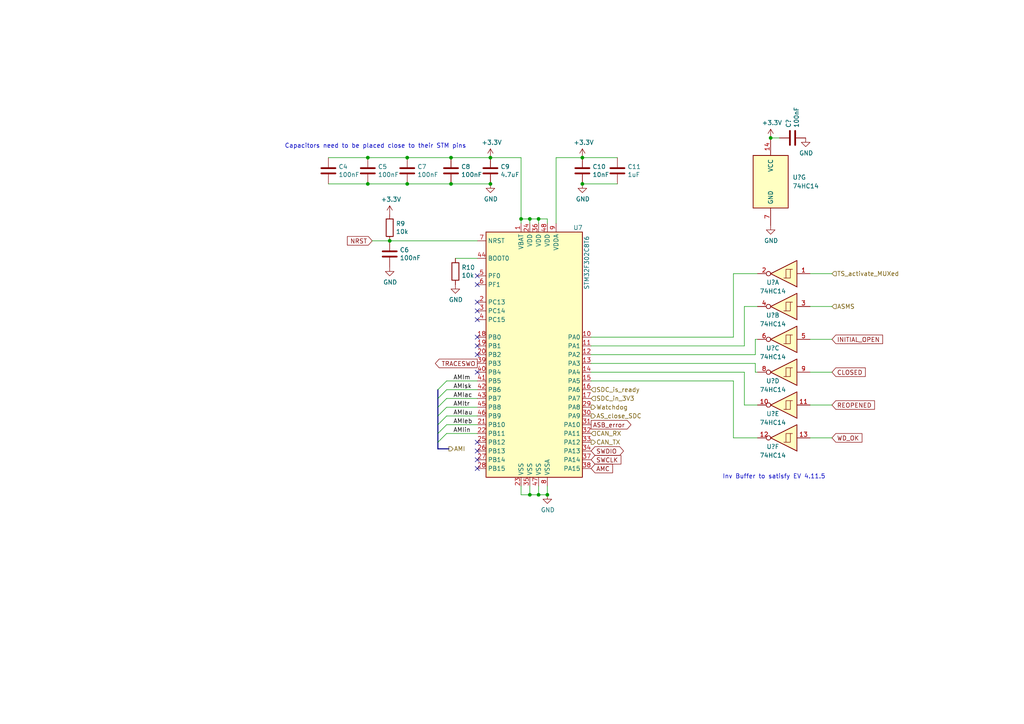
<source format=kicad_sch>
(kicad_sch (version 20211123) (generator eeschema)
  (paper "A4")
  (title_block (title "SDCL - CU") (date "2021-12-16") (rev "v1.0") (company "FaSTTUBe - Formula Student Team TU Berlin") (comment 1 "Car 113") (comment 2 "EBS Electronics") (comment 3 "CU for CAN Bus connection to supervisor"))
  (lib_symbols
    (symbol "74xx:74HC14" (pin_names (offset 1.016))
      (property "Reference" "U" (at 0 1.27 0))
      (property "Value" "74HC14" (at 0 -1.27 0))
      (symbol "74HC14_1_0"
        (polyline (pts (xy -3.81 3.81) (xy -3.81 -3.81) (xy 3.81 0) (xy -3.81 3.81)) (stroke (width 0.254)) (fill (type background)))
        (pin input line (at -7.62 0 0) (length 3.81) (name "~") (number "1"))
        (pin output inverted (at 7.62 0 180) (length 3.81) (name "~") (number "2"))
      )
      (symbol "74HC14_1_1"
        (polyline (pts (xy -1.905 -1.27) (xy -1.905 1.27) (xy -0.635 1.27)))
        (polyline (pts (xy -2.54 -1.27) (xy -0.635 -1.27) (xy -0.635 1.27) (xy 0 1.27)))
      )
      (symbol "74HC14_2_0"
        (polyline (pts (xy -3.81 3.81) (xy -3.81 -3.81) (xy 3.81 0) (xy -3.81 3.81)) (stroke (width 0.254)) (fill (type background)))
        (pin input line (at -7.62 0 0) (length 3.81) (name "~") (number "3"))
        (pin output inverted (at 7.62 0 180) (length 3.81) (name "~") (number "4"))
      )
      (symbol "74HC14_2_1"
        (polyline (pts (xy -1.905 -1.27) (xy -1.905 1.27) (xy -0.635 1.27)))
        (polyline (pts (xy -2.54 -1.27) (xy -0.635 -1.27) (xy -0.635 1.27) (xy 0 1.27)))
      )
      (symbol "74HC14_3_0"
        (polyline (pts (xy -3.81 3.81) (xy -3.81 -3.81) (xy 3.81 0) (xy -3.81 3.81)) (stroke (width 0.254)) (fill (type background)))
        (pin input line (at -7.62 0 0) (length 3.81) (name "~") (number "5"))
        (pin output inverted (at 7.62 0 180) (length 3.81) (name "~") (number "6"))
      )
      (symbol "74HC14_3_1"
        (polyline (pts (xy -1.905 -1.27) (xy -1.905 1.27) (xy -0.635 1.27)))
        (polyline (pts (xy -2.54 -1.27) (xy -0.635 -1.27) (xy -0.635 1.27) (xy 0 1.27)))
      )
      (symbol "74HC14_4_0"
        (polyline (pts (xy -3.81 3.81) (xy -3.81 -3.81) (xy 3.81 0) (xy -3.81 3.81)) (stroke (width 0.254)) (fill (type background)))
        (pin output inverted (at 7.62 0 180) (length 3.81) (name "~") (number "8"))
        (pin input line (at -7.62 0 0) (length 3.81) (name "~") (number "9"))
      )
      (symbol "74HC14_4_1"
        (polyline (pts (xy -1.905 -1.27) (xy -1.905 1.27) (xy -0.635 1.27)))
        (polyline (pts (xy -2.54 -1.27) (xy -0.635 -1.27) (xy -0.635 1.27) (xy 0 1.27)))
      )
      (symbol "74HC14_5_0"
        (polyline (pts (xy -3.81 3.81) (xy -3.81 -3.81) (xy 3.81 0) (xy -3.81 3.81)) (stroke (width 0.254)) (fill (type background)))
        (pin output inverted (at 7.62 0 180) (length 3.81) (name "~") (number "10"))
        (pin input line (at -7.62 0 0) (length 3.81) (name "~") (number "11"))
      )
      (symbol "74HC14_5_1"
        (polyline (pts (xy -1.905 -1.27) (xy -1.905 1.27) (xy -0.635 1.27)))
        (polyline (pts (xy -2.54 -1.27) (xy -0.635 -1.27) (xy -0.635 1.27) (xy 0 1.27)))
      )
      (symbol "74HC14_6_0"
        (polyline (pts (xy -3.81 3.81) (xy -3.81 -3.81) (xy 3.81 0) (xy -3.81 3.81)) (stroke (width 0.254)) (fill (type background)))
        (pin output inverted (at 7.62 0 180) (length 3.81) (name "~") (number "12"))
        (pin input line (at -7.62 0 0) (length 3.81) (name "~") (number "13"))
      )
      (symbol "74HC14_6_1"
        (polyline (pts (xy -1.905 -1.27) (xy -1.905 1.27) (xy -0.635 1.27)))
        (polyline (pts (xy -2.54 -1.27) (xy -0.635 -1.27) (xy -0.635 1.27) (xy 0 1.27)))
      )
      (symbol "74HC14_7_0"
        (pin power_in line (at 0 12.7 270) (length 5.08) (name "VCC") (number "14"))
        (pin power_in line (at 0 -12.7 90) (length 5.08) (name "GND") (number "7"))
      )
      (symbol "74HC14_7_1"
        (rectangle (start -5.08 7.62) (end 5.08 -7.62) (stroke (width 0.254)) (fill (type background)))
      )
    )
    (symbol "Device:C" (pin_numbers hide) (pin_names (offset 0.254))
      (property "Reference" "C" (at 0.635 2.54 0))
      (property "Value" "C" (at 0.635 -2.54 0))
      (symbol "C_0_1"
        (polyline (pts (xy -2.032 -0.762) (xy 2.032 -0.762)) (stroke (width 0.508)))
        (polyline (pts (xy -2.032 0.762) (xy 2.032 0.762)) (stroke (width 0.508)))
      )
      (symbol "C_1_1"
        (pin passive line (at 0 3.81 270) (length 2.794) (name "~") (number "1"))
        (pin passive line (at 0 -3.81 90) (length 2.794) (name "~") (number "2"))
      )
    )
    (symbol "Device:R" (pin_numbers hide) (pin_names (offset 0))
      (property "Reference" "R" (at 2.032 0 90))
      (property "Value" "R" (at 0 0 90))
      (symbol "R_0_1"
        (rectangle (start -1.016 -2.54) (end 1.016 2.54) (stroke (width 0.254)))
      )
      (symbol "R_1_1"
        (pin passive line (at 0 3.81 270) (length 1.27) (name "~") (number "1"))
        (pin passive line (at 0 -3.81 90) (length 1.27) (name "~") (number "2"))
      )
    )
    (symbol "MCU_ST_STM32F3:STM32F302C8Tx"
      (property "Reference" "U" (at -15.24 36.83 0))
      (property "Value" "STM32F302C8Tx" (at 7.62 36.83 0))
      (symbol "STM32F302C8Tx_0_1"
        (rectangle (start -15.24 -35.56) (end 12.7 35.56) (stroke (width 0.254)) (fill (type background)))
      )
      (symbol "STM32F302C8Tx_1_1"
        (pin power_in line (at -5.08 38.1 270) (length 2.54) (name "VBAT") (number "1"))
        (pin bidirectional line (at 15.24 5.08 180) (length 2.54) (name "PA0") (number "10"))
        (pin bidirectional line (at 15.24 2.54 180) (length 2.54) (name "PA1") (number "11"))
        (pin bidirectional line (at 15.24 0 180) (length 2.54) (name "PA2") (number "12"))
        (pin bidirectional line (at 15.24 -2.54 180) (length 2.54) (name "PA3") (number "13"))
        (pin bidirectional line (at 15.24 -5.08 180) (length 2.54) (name "PA4") (number "14"))
        (pin bidirectional line (at 15.24 -7.62 180) (length 2.54) (name "PA5") (number "15"))
        (pin bidirectional line (at 15.24 -10.16 180) (length 2.54) (name "PA6") (number "16"))
        (pin bidirectional line (at 15.24 -12.7 180) (length 2.54) (name "PA7") (number "17"))
        (pin bidirectional line (at -17.78 5.08 0) (length 2.54) (name "PB0") (number "18"))
        (pin bidirectional line (at -17.78 2.54 0) (length 2.54) (name "PB1") (number "19"))
        (pin bidirectional line (at -17.78 15.24 0) (length 2.54) (name "PC13") (number "2"))
        (pin bidirectional line (at -17.78 0 0) (length 2.54) (name "PB2") (number "20"))
        (pin bidirectional line (at -17.78 -20.32 0) (length 2.54) (name "PB10") (number "21"))
        (pin bidirectional line (at -17.78 -22.86 0) (length 2.54) (name "PB11") (number "22"))
        (pin power_in line (at -5.08 -38.1 90) (length 2.54) (name "VSS") (number "23"))
        (pin power_in line (at -2.54 38.1 270) (length 2.54) (name "VDD") (number "24"))
        (pin bidirectional line (at -17.78 -25.4 0) (length 2.54) (name "PB12") (number "25"))
        (pin bidirectional line (at -17.78 -27.94 0) (length 2.54) (name "PB13") (number "26"))
        (pin bidirectional line (at -17.78 -30.48 0) (length 2.54) (name "PB14") (number "27"))
        (pin bidirectional line (at -17.78 -33.02 0) (length 2.54) (name "PB15") (number "28"))
        (pin bidirectional line (at 15.24 -15.24 180) (length 2.54) (name "PA8") (number "29"))
        (pin bidirectional line (at -17.78 12.7 0) (length 2.54) (name "PC14") (number "3"))
        (pin bidirectional line (at 15.24 -17.78 180) (length 2.54) (name "PA9") (number "30"))
        (pin bidirectional line (at 15.24 -20.32 180) (length 2.54) (name "PA10") (number "31"))
        (pin bidirectional line (at 15.24 -22.86 180) (length 2.54) (name "PA11") (number "32"))
        (pin bidirectional line (at 15.24 -25.4 180) (length 2.54) (name "PA12") (number "33"))
        (pin bidirectional line (at 15.24 -27.94 180) (length 2.54) (name "PA13") (number "34"))
        (pin power_in line (at -2.54 -38.1 90) (length 2.54) (name "VSS") (number "35"))
        (pin power_in line (at 0 38.1 270) (length 2.54) (name "VDD") (number "36"))
        (pin bidirectional line (at 15.24 -30.48 180) (length 2.54) (name "PA14") (number "37"))
        (pin bidirectional line (at 15.24 -33.02 180) (length 2.54) (name "PA15") (number "38"))
        (pin bidirectional line (at -17.78 -2.54 0) (length 2.54) (name "PB3") (number "39"))
        (pin bidirectional line (at -17.78 10.16 0) (length 2.54) (name "PC15") (number "4"))
        (pin bidirectional line (at -17.78 -5.08 0) (length 2.54) (name "PB4") (number "40"))
        (pin bidirectional line (at -17.78 -7.62 0) (length 2.54) (name "PB5") (number "41"))
        (pin bidirectional line (at -17.78 -10.16 0) (length 2.54) (name "PB6") (number "42"))
        (pin bidirectional line (at -17.78 -12.7 0) (length 2.54) (name "PB7") (number "43"))
        (pin input line (at -17.78 27.94 0) (length 2.54) (name "BOOT0") (number "44"))
        (pin bidirectional line (at -17.78 -15.24 0) (length 2.54) (name "PB8") (number "45"))
        (pin bidirectional line (at -17.78 -17.78 0) (length 2.54) (name "PB9") (number "46"))
        (pin power_in line (at 0 -38.1 90) (length 2.54) (name "VSS") (number "47"))
        (pin power_in line (at 2.54 38.1 270) (length 2.54) (name "VDD") (number "48"))
        (pin input line (at -17.78 22.86 0) (length 2.54) (name "PF0") (number "5"))
        (pin input line (at -17.78 20.32 0) (length 2.54) (name "PF1") (number "6"))
        (pin input line (at -17.78 33.02 0) (length 2.54) (name "NRST") (number "7"))
        (pin power_in line (at 2.54 -38.1 90) (length 2.54) (name "VSSA") (number "8"))
        (pin power_in line (at 5.08 38.1 270) (length 2.54) (name "VDDA") (number "9"))
      )
    )
    (symbol "power:+3.3V" (power) (pin_names (offset 0))
      (property "Value" "+3.3V" (at 0 3.556 0))
      (symbol "+3.3V_0_1"
        (polyline (pts (xy -0.762 1.27) (xy 0 2.54)))
        (polyline (pts (xy 0 0) (xy 0 2.54)))
        (polyline (pts (xy 0 2.54) (xy 0.762 1.27)))
      )
      (symbol "+3.3V_1_1"
        (pin power_in line (at 0 0 90) (length 0) hide (name "+3.3V") (number "1"))
      )
    )
    (symbol "power:GND" (power) (pin_names (offset 0))
      (property "Value" "GND" (at 0 -3.81 0))
      (symbol "GND_0_1"
        (polyline (pts (xy 0 0) (xy 0 -1.27) (xy 1.27 -1.27) (xy 0 -2.54) (xy -1.27 -1.27) (xy 0 -1.27)))
      )
      (symbol "GND_1_1"
        (pin power_in line (at 0 0 270) (length 0) hide (name "GND") (number "1"))
      )
    )
  )
  (junction (at 223.52 40.005))
  (junction (at 106.68 45.72))
  (junction (at 142.24 53.34))
  (junction (at 118.11 45.72))
  (junction (at 118.11 53.34))
  (junction (at 106.68 53.34))
  (junction (at 153.67 63.5))
  (junction (at 168.91 45.72))
  (junction (at 130.81 53.34))
  (junction (at 142.24 45.72))
  (junction (at 158.75 143.51))
  (junction (at 113.03 69.85))
  (junction (at 156.21 63.5))
  (junction (at 153.67 143.51))
  (junction (at 151.13 63.5))
  (junction (at 130.81 45.72))
  (junction (at 156.21 143.51))
  (junction (at 168.91 53.34))
  (no_connect (at 138.43 133.35))
  (no_connect (at 138.43 82.55))
  (no_connect (at 138.43 87.63))
  (no_connect (at 138.43 92.71))
  (no_connect (at 138.43 128.27))
  (no_connect (at 138.43 80.01))
  (no_connect (at 138.43 90.17))
  (no_connect (at 138.43 97.79))
  (no_connect (at 138.43 100.33))
  (no_connect (at 138.43 102.87))
  (no_connect (at 138.43 130.81))
  (no_connect (at 138.43 107.95))
  (no_connect (at 138.43 135.89))
  (bus_entry (at 127 118.11) (size 2.54 -2.54))
  (bus_entry (at 127 120.65) (size 2.54 -2.54))
  (bus_entry (at 127 123.19) (size 2.54 -2.54))
  (bus_entry (at 127 125.73) (size 2.54 -2.54))
  (bus_entry (at 127 128.27) (size 2.54 -2.54))
  (bus_entry (at 127 113.03) (size 2.54 -2.54))
  (bus_entry (at 127 115.57) (size 2.54 -2.54))
  (wire (pts (xy 153.67 63.5) (xy 153.67 64.77)))
  (wire (pts (xy 212.725 79.375) (xy 219.71 79.375)))
  (wire (pts (xy 158.75 63.5) (xy 156.21 63.5)))
  (wire (pts (xy 161.29 45.72) (xy 161.29 64.77)))
  (wire (pts (xy 129.54 120.65) (xy 138.43 120.65)))
  (wire (pts (xy 153.67 140.97) (xy 153.67 143.51)))
  (wire (pts (xy 219.71 88.9) (xy 215.9 88.9)))
  (wire (pts (xy 156.21 140.97) (xy 156.21 143.51)))
  (wire (pts (xy 158.75 64.77) (xy 158.75 63.5)))
  (wire (pts (xy 158.75 143.51) (xy 156.21 143.51)))
  (wire (pts (xy 219.075 98.425) (xy 219.075 102.87)))
  (wire (pts (xy 130.81 53.34) (xy 142.24 53.34)))
  (wire (pts (xy 129.54 118.11) (xy 138.43 118.11)))
  (bus (pts (xy 127 113.03) (xy 127 115.57)))
  (wire (pts (xy 168.91 53.34) (xy 179.07 53.34)))
  (wire (pts (xy 219.075 98.425) (xy 219.71 98.425)))
  (wire (pts (xy 142.24 45.72) (xy 151.13 45.72)))
  (wire (pts (xy 107.95 69.85) (xy 113.03 69.85)))
  (wire (pts (xy 156.21 63.5) (xy 153.67 63.5)))
  (bus (pts (xy 127 130.175) (xy 130.175 130.175)))
  (wire (pts (xy 212.725 127) (xy 212.725 110.49)))
  (bus (pts (xy 127 128.27) (xy 127 130.175)))
  (bus (pts (xy 127 118.11) (xy 127 120.65)))
  (wire (pts (xy 129.54 125.73) (xy 138.43 125.73)))
  (wire (pts (xy 219.075 107.95) (xy 219.075 105.41)))
  (wire (pts (xy 234.95 127) (xy 241.3 127)))
  (wire (pts (xy 226.06 40.005) (xy 223.52 40.005)))
  (wire (pts (xy 161.29 45.72) (xy 168.91 45.72)))
  (bus (pts (xy 127 115.57) (xy 127 118.11)))
  (wire (pts (xy 219.71 117.475) (xy 215.9 117.475)))
  (wire (pts (xy 171.45 97.79) (xy 212.725 97.79)))
  (wire (pts (xy 113.03 69.85) (xy 138.43 69.85)))
  (wire (pts (xy 158.75 140.97) (xy 158.75 143.51)))
  (wire (pts (xy 219.075 102.87) (xy 171.45 102.87)))
  (wire (pts (xy 215.9 100.33) (xy 171.45 100.33)))
  (wire (pts (xy 129.54 115.57) (xy 138.43 115.57)))
  (wire (pts (xy 212.725 97.79) (xy 212.725 79.375)))
  (wire (pts (xy 168.91 45.72) (xy 179.07 45.72)))
  (bus (pts (xy 127 123.19) (xy 127 125.73)))
  (wire (pts (xy 156.21 143.51) (xy 153.67 143.51)))
  (wire (pts (xy 215.9 88.9) (xy 215.9 100.33)))
  (wire (pts (xy 129.54 110.49) (xy 138.43 110.49)))
  (bus (pts (xy 127 125.73) (xy 127 128.27)))
  (wire (pts (xy 215.9 117.475) (xy 215.9 107.95)))
  (wire (pts (xy 234.95 117.475) (xy 241.3 117.475)))
  (wire (pts (xy 234.95 107.95) (xy 241.3 107.95)))
  (wire (pts (xy 219.075 105.41) (xy 171.45 105.41)))
  (bus (pts (xy 127 120.65) (xy 127 123.19)))
  (wire (pts (xy 129.54 123.19) (xy 138.43 123.19)))
  (wire (pts (xy 129.54 113.03) (xy 138.43 113.03)))
  (wire (pts (xy 132.08 74.93) (xy 138.43 74.93)))
  (wire (pts (xy 234.95 98.425) (xy 241.3 98.425)))
  (wire (pts (xy 219.075 107.95) (xy 219.71 107.95)))
  (wire (pts (xy 95.25 53.34) (xy 106.68 53.34)))
  (wire (pts (xy 151.13 140.97) (xy 151.13 143.51)))
  (wire (pts (xy 106.68 45.72) (xy 118.11 45.72)))
  (wire (pts (xy 219.71 127) (xy 212.725 127)))
  (wire (pts (xy 151.13 143.51) (xy 153.67 143.51)))
  (wire (pts (xy 106.68 53.34) (xy 118.11 53.34)))
  (wire (pts (xy 215.9 107.95) (xy 171.45 107.95)))
  (wire (pts (xy 234.95 79.375) (xy 241.3 79.375)))
  (wire (pts (xy 234.95 88.9) (xy 241.3 88.9)))
  (wire (pts (xy 106.68 45.72) (xy 95.25 45.72)))
  (wire (pts (xy 212.725 110.49) (xy 171.45 110.49)))
  (wire (pts (xy 151.13 63.5) (xy 151.13 64.77)))
  (wire (pts (xy 151.13 45.72) (xy 151.13 63.5)))
  (wire (pts (xy 118.11 53.34) (xy 130.81 53.34)))
  (wire (pts (xy 156.21 64.77) (xy 156.21 63.5)))
  (wire (pts (xy 153.67 63.5) (xy 151.13 63.5)))
  (wire (pts (xy 118.11 45.72) (xy 130.81 45.72)))
  (wire (pts (xy 130.81 45.72) (xy 142.24 45.72)))
  (text "Capacitors need to be placed close to their STM pins" (at 82.55 43.18 0) (effects (font (size 1.27 1.27)) (justify left bottom)))
  (text "Inv Buffer to satisfy EV 4.11.5" (at 209.55 139.065 0) (effects (font (size 1.27 1.27)) (justify left bottom)))
  (label "AMIsk" (at 131.445 113.03 0))
  (label "AMIm" (at 131.445 110.49 0))
  (label "AMIac" (at 131.445 115.57 0))
  (label "AMIau" (at 131.445 120.65 0))
  (label "AMIin" (at 131.445 125.73 0))
  (label "AMIeb" (at 131.445 123.19 0))
  (label "AMItr" (at 131.445 118.11 0))
  (global_label "REOPENED" (shape input) (at 241.3 117.475 0) (property "Intersheet References" "${INTERSHEET_REFS}" (effects hide)))
  (global_label "CLOSED" (shape input) (at 241.3 107.95 0) (property "Intersheet References" "${INTERSHEET_REFS}" (effects hide)))
  (global_label "WD_OK" (shape input) (at 241.3 127 0) (property "Intersheet References" "${INTERSHEET_REFS}" (effects hide)))
  (global_label "ASB_error" (shape output) (at 171.45 123.19 0) (property "Intersheet References" "${INTERSHEET_REFS}" (effects hide)))
  (global_label "SWDIO" (shape bidirectional) (at 171.45 130.81 0) (property "Intersheet References" "${INTERSHEET_REFS}" (effects hide)))
  (global_label "INITIAL_OPEN" (shape input) (at 241.3 98.425 0) (property "Intersheet References" "${INTERSHEET_REFS}" (effects hide)))
  (global_label "NRST" (shape input) (at 107.95 69.85 180) (property "Intersheet References" "${INTERSHEET_REFS}" (effects hide)))
  (global_label "AMC" (shape input) (at 171.45 135.89 0) (property "Intersheet References" "${INTERSHEET_REFS}" (effects hide)))
  (global_label "TRACESWO" (shape output) (at 138.43 105.41 180) (property "Intersheet References" "${INTERSHEET_REFS}" (effects hide)))
  (global_label "SWCLK" (shape input) (at 171.45 133.35 0) (property "Intersheet References" "${INTERSHEET_REFS}" (effects hide)))
  (hierarchical_label "SDC_is_ready" (shape input) (at 171.45 113.03 0))
  (hierarchical_label "CAN_RX" (shape input) (at 171.45 125.73 0))
  (hierarchical_label "CAN_TX" (shape output) (at 171.45 128.27 0))
  (hierarchical_label "ASMS" (shape input) (at 241.3 88.9 0))
  (hierarchical_label "AS_close_SDC" (shape output) (at 171.45 120.65 0))
  (hierarchical_label "TS_activate_MUXed" (shape input) (at 241.3 79.375 0))
  (hierarchical_label "Watchdog" (shape output) (at 171.45 118.11 0))
  (hierarchical_label "SDC_in_3V3" (shape input) (at 171.45 115.57 0))
  (hierarchical_label "AMI" (shape output) (at 130.175 130.175 0))
  (symbol (lib_id "Device:C") (at 130.81 49.53 0) (unit 1)
    (property "Reference" "C8" (at 133.731 48.3616 0) (effects (justify left)))
    (property "Value" "100nF" (at 133.731 50.673 0) (effects (justify left)))
    (property "Footprint" "Capacitor_SMD:C_0603_1608Metric_Pad1.05x0.95mm_HandSolder" (effects hide))
  )
  (symbol (lib_id "Device:C") (at 142.24 49.53 0) (unit 1)
    (property "Reference" "C9" (at 145.161 48.3616 0) (effects (justify left)))
    (property "Value" "4.7uF" (at 145.161 50.673 0) (effects (justify left)))
    (property "Footprint" "Capacitor_SMD:C_0603_1608Metric_Pad1.05x0.95mm_HandSolder" (effects hide))
  )
  (symbol (lib_id "Device:C") (at 118.11 49.53 0) (unit 1)
    (property "Reference" "C7" (at 121.031 48.3616 0) (effects (justify left)))
    (property "Value" "100nF" (at 121.031 50.673 0) (effects (justify left)))
    (property "Footprint" "Capacitor_SMD:C_0603_1608Metric_Pad1.05x0.95mm_HandSolder" (effects hide))
  )
  (symbol (lib_id "Device:C") (at 106.68 49.53 0) (unit 1)
    (property "Reference" "C5" (at 109.601 48.3616 0) (effects (justify left)))
    (property "Value" "100nF" (at 109.601 50.673 0) (effects (justify left)))
    (property "Footprint" "Capacitor_SMD:C_0603_1608Metric_Pad1.05x0.95mm_HandSolder" (effects hide))
  )
  (symbol (lib_id "Device:C") (at 95.25 49.53 0) (unit 1)
    (property "Reference" "C4" (at 98.171 48.3616 0) (effects (justify left)))
    (property "Value" "100nF" (at 98.171 50.673 0) (effects (justify left)))
    (property "Footprint" "Capacitor_SMD:C_0603_1608Metric_Pad1.05x0.95mm_HandSolder" (effects hide))
  )
  (symbol (lib_id "power:GND") (at 142.24 53.34 0) (unit 1)
    (property "Reference" "#PWR0133" (effects hide))
    (property "Value" "GND" (at 142.367 57.7342 0))
  )
  (symbol (lib_id "power:GND") (at 158.75 143.51 0) (unit 1)
    (property "Reference" "#PWR0140" (effects hide))
    (property "Value" "GND" (at 158.877 147.9042 0))
  )
  (symbol (lib_id "Device:C") (at 168.91 49.53 0) (unit 1)
    (property "Reference" "C10" (at 171.831 48.3616 0) (effects (justify left)))
    (property "Value" "10nF" (at 171.831 50.673 0) (effects (justify left)))
    (property "Footprint" "Capacitor_SMD:C_0603_1608Metric_Pad1.05x0.95mm_HandSolder" (effects hide))
  )
  (symbol (lib_id "Device:C") (at 179.07 49.53 0) (unit 1)
    (property "Reference" "C11" (at 181.991 48.3616 0) (effects (justify left)))
    (property "Value" "1uF" (at 181.991 50.673 0) (effects (justify left)))
    (property "Footprint" "Capacitor_SMD:C_0603_1608Metric_Pad1.05x0.95mm_HandSolder" (effects hide))
  )
  (symbol (lib_id "power:GND") (at 168.91 53.34 0) (unit 1)
    (property "Reference" "#PWR0134" (effects hide))
    (property "Value" "GND" (at 169.037 57.7342 0))
  )
  (symbol (lib_id "Device:R") (at 132.08 78.74 0) (unit 1)
    (property "Reference" "R10" (at 133.858 77.5716 0) (effects (justify left)))
    (property "Value" "10k" (at 133.858 79.883 0) (effects (justify left)))
    (property "Footprint" "Resistor_SMD:R_0603_1608Metric_Pad1.05x0.95mm_HandSolder" (effects hide))
  )
  (symbol (lib_id "MCU_ST_STM32F3:STM32F302C8Tx") (at 156.21 102.87 0) (unit 1)
    (property "Reference" "U7" (at 167.64 66.04 0))
    (property "Value" "STM32F302C8T6" (at 170.18 76.2 90))
    (property "Footprint" "Package_QFP:LQFP-48_7x7mm_P0.5mm" (effects hide))
    (property "Datasheet" "http://www.st.com/st-web-ui/static/active/en/resource/technical/document/datasheet/DM00093333.pdf" (effects hide))
  )
  (symbol (lib_id "power:GND") (at 132.08 82.55 0) (unit 1)
    (property "Reference" "#PWR0136" (effects hide))
    (property "Value" "GND" (at 132.207 86.9442 0))
  )
  (symbol (lib_id "Device:R") (at 113.03 66.04 0) (unit 1)
    (property "Reference" "R9" (at 114.808 64.8716 0) (effects (justify left)))
    (property "Value" "10k" (at 114.808 67.183 0) (effects (justify left)))
    (property "Footprint" "Resistor_SMD:R_0603_1608Metric_Pad1.05x0.95mm_HandSolder" (effects hide))
  )
  (symbol (lib_id "Device:C") (at 113.03 73.66 0) (unit 1)
    (property "Reference" "C6" (at 115.951 72.4916 0) (effects (justify left)))
    (property "Value" "100nF" (at 115.951 74.803 0) (effects (justify left)))
    (property "Footprint" "Capacitor_SMD:C_0603_1608Metric_Pad1.05x0.95mm_HandSolder" (effects hide))
  )
  (symbol (lib_id "power:GND") (at 113.03 77.47 0) (unit 1)
    (property "Reference" "#PWR0135" (effects hide))
    (property "Value" "GND" (at 113.157 81.8642 0))
  )
  (symbol (lib_id "power:+3.3V") (at 142.24 45.72 0) (unit 1)
    (property "Reference" "#PWR0137" (effects hide))
    (property "Value" "+3.3V" (at 142.621 41.3258 0))
  )
  (symbol (lib_id "power:+3.3V") (at 168.91 45.72 0) (unit 1)
    (property "Reference" "#PWR0138" (effects hide))
    (property "Value" "+3.3V" (at 169.291 41.3258 0))
  )
  (symbol (lib_id "power:+3.3V") (at 113.03 62.23 0) (unit 1)
    (property "Reference" "#PWR0139" (effects hide))
    (property "Value" "+3.3V" (at 113.411 57.8358 0))
  )
  (symbol (lib_id "74xx:74HC14") (at 227.33 127 180) (unit 6)
    (property "Reference" "U?" (at 224.155 129.54 0))
    (property "Value" "74HC14" (at 224.155 132.08 0))
    (property "Datasheet" "http://www.ti.com/lit/gpn/sn74HC14" (effects hide))
  )
  (symbol (lib_id "74xx:74HC14") (at 223.52 52.705 0) (unit 7)
    (property "Reference" "U?" (at 229.87 51.4349 0) (effects (justify left)))
    (property "Value" "74HC14" (at 229.87 53.9749 0) (effects (justify left)))
    (property "Datasheet" "http://www.ti.com/lit/gpn/sn74HC14" (effects hide))
  )
  (symbol (lib_id "74xx:74HC14") (at 227.33 107.95 180) (unit 4)
    (property "Reference" "U?" (at 224.155 110.49 0))
    (property "Value" "74HC14" (at 224.155 113.03 0))
    (property "Datasheet" "http://www.ti.com/lit/gpn/sn74HC14" (effects hide))
  )
  (symbol (lib_id "power:GND") (at 223.52 65.405 0) (unit 1)
    (property "Reference" "#PWR?" (effects hide))
    (property "Value" "GND" (at 223.647 69.7992 0))
  )
  (symbol (lib_id "power:GND") (at 233.68 40.005 0) (unit 1)
    (property "Reference" "#PWR?" (effects hide))
    (property "Value" "GND" (at 233.807 44.3992 0))
  )
  (symbol (lib_id "74xx:74HC14") (at 227.33 98.425 180) (unit 3)
    (property "Reference" "U?" (at 224.155 100.965 0))
    (property "Value" "74HC14" (at 224.155 103.505 0))
    (property "Datasheet" "http://www.ti.com/lit/gpn/sn74HC14" (effects hide))
  )
  (symbol (lib_id "74xx:74HC14") (at 227.33 79.375 180) (unit 1)
    (property "Reference" "U?" (at 224.155 81.915 0))
    (property "Value" "74HC14" (at 224.155 84.455 0))
    (property "Datasheet" "http://www.ti.com/lit/gpn/sn74HC14" (effects hide))
  )
  (symbol (lib_id "74xx:74HC14") (at 227.33 88.9 180) (unit 2)
    (property "Reference" "U?" (at 224.155 91.44 0))
    (property "Value" "74HC14" (at 224.155 93.98 0))
    (property "Datasheet" "http://www.ti.com/lit/gpn/sn74HC14" (effects hide))
  )
  (symbol (lib_id "power:+3.3V") (at 223.52 40.005 0) (unit 1)
    (property "Reference" "#PWR?" (effects hide))
    (property "Value" "+3.3V" (at 223.901 35.6108 0))
  )
  (symbol (lib_id "Device:C") (at 229.87 40.005 90) (unit 1)
    (property "Reference" "C?" (at 228.7016 37.084 0) (effects (justify left)))
    (property "Value" "100nF" (at 231.013 37.084 0) (effects (justify left)))
    (property "Footprint" "Capacitor_SMD:C_0603_1608Metric_Pad1.05x0.95mm_HandSolder" (effects hide))
  )
  (symbol (lib_id "74xx:74HC14") (at 227.33 117.475 180) (unit 5)
    (property "Reference" "U?" (at 224.155 120.015 0))
    (property "Value" "74HC14" (at 224.155 122.555 0))
    (property "Datasheet" "http://www.ti.com/lit/gpn/sn74HC14" (effects hide))
  )
)
</source>
